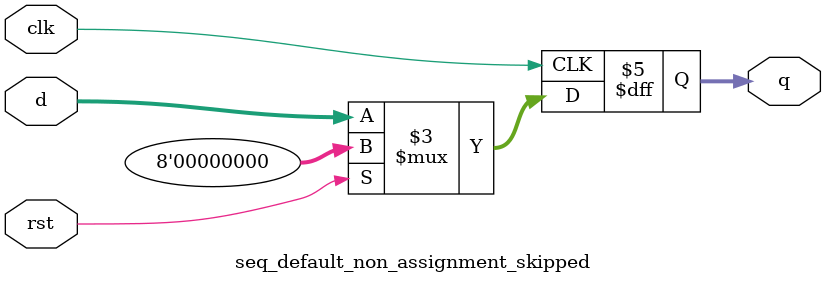
<source format=sv>
module seq_default_non_assignment_skipped(
  input logic clk,
  input logic rst,
  input logic [7:0] d,
  output logic [7:0] q
);
  // Unsupported extraction case: default branch is not a single assignment.
  always_ff @(posedge clk) begin
    if (rst) q <= 8'h00;
    else begin
      q <= d;
      q <= d;
    end
  end
endmodule

</source>
